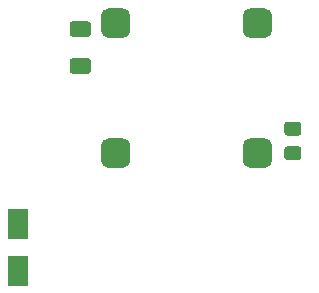
<source format=gbr>
%TF.GenerationSoftware,KiCad,Pcbnew,(5.1.10)-1*%
%TF.CreationDate,2021-10-19T15:37:20+02:00*%
%TF.ProjectId,OpenHeat,4f70656e-4865-4617-942e-6b696361645f,1.0*%
%TF.SameCoordinates,Original*%
%TF.FileFunction,Paste,Bot*%
%TF.FilePolarity,Positive*%
%FSLAX46Y46*%
G04 Gerber Fmt 4.6, Leading zero omitted, Abs format (unit mm)*
G04 Created by KiCad (PCBNEW (5.1.10)-1) date 2021-10-19 15:37:20*
%MOMM*%
%LPD*%
G01*
G04 APERTURE LIST*
%ADD10R,1.800000X2.500000*%
G04 APERTURE END LIST*
%TO.C,U1*%
G36*
G01*
X128750000Y-103625000D02*
X128750000Y-102375000D01*
G75*
G02*
X129375000Y-101750000I625000J0D01*
G01*
X130625000Y-101750000D01*
G75*
G02*
X131250000Y-102375000I0J-625000D01*
G01*
X131250000Y-103625000D01*
G75*
G02*
X130625000Y-104250000I-625000J0D01*
G01*
X129375000Y-104250000D01*
G75*
G02*
X128750000Y-103625000I0J625000D01*
G01*
G37*
G36*
G01*
X118625000Y-104250000D02*
X117375000Y-104250000D01*
G75*
G02*
X116750000Y-103625000I0J625000D01*
G01*
X116750000Y-102375000D01*
G75*
G02*
X117375000Y-101750000I625000J0D01*
G01*
X118625000Y-101750000D01*
G75*
G02*
X119250000Y-102375000I0J-625000D01*
G01*
X119250000Y-103625000D01*
G75*
G02*
X118625000Y-104250000I-625000J0D01*
G01*
G37*
G36*
G01*
X119250000Y-113375000D02*
X119250000Y-114625000D01*
G75*
G02*
X118625000Y-115250000I-625000J0D01*
G01*
X117375000Y-115250000D01*
G75*
G02*
X116750000Y-114625000I0J625000D01*
G01*
X116750000Y-113375000D01*
G75*
G02*
X117375000Y-112750000I625000J0D01*
G01*
X118625000Y-112750000D01*
G75*
G02*
X119250000Y-113375000I0J-625000D01*
G01*
G37*
G36*
G01*
X129375000Y-112750000D02*
X130625000Y-112750000D01*
G75*
G02*
X131250000Y-113375000I0J-625000D01*
G01*
X131250000Y-114625000D01*
G75*
G02*
X130625000Y-115250000I-625000J0D01*
G01*
X129375000Y-115250000D01*
G75*
G02*
X128750000Y-114625000I0J625000D01*
G01*
X128750000Y-113375000D01*
G75*
G02*
X129375000Y-112750000I625000J0D01*
G01*
G37*
%TD*%
D10*
%TO.C,D4*%
X109750000Y-124000000D03*
X109750000Y-120000000D03*
%TD*%
%TO.C,C3*%
G36*
G01*
X133475000Y-112512500D02*
X132525000Y-112512500D01*
G75*
G02*
X132275000Y-112262500I0J250000D01*
G01*
X132275000Y-111587500D01*
G75*
G02*
X132525000Y-111337500I250000J0D01*
G01*
X133475000Y-111337500D01*
G75*
G02*
X133725000Y-111587500I0J-250000D01*
G01*
X133725000Y-112262500D01*
G75*
G02*
X133475000Y-112512500I-250000J0D01*
G01*
G37*
G36*
G01*
X133475000Y-114587500D02*
X132525000Y-114587500D01*
G75*
G02*
X132275000Y-114337500I0J250000D01*
G01*
X132275000Y-113662500D01*
G75*
G02*
X132525000Y-113412500I250000J0D01*
G01*
X133475000Y-113412500D01*
G75*
G02*
X133725000Y-113662500I0J-250000D01*
G01*
X133725000Y-114337500D01*
G75*
G02*
X133475000Y-114587500I-250000J0D01*
G01*
G37*
%TD*%
%TO.C,C2*%
G36*
G01*
X114349999Y-105962500D02*
X115650001Y-105962500D01*
G75*
G02*
X115900000Y-106212499I0J-249999D01*
G01*
X115900000Y-107037501D01*
G75*
G02*
X115650001Y-107287500I-249999J0D01*
G01*
X114349999Y-107287500D01*
G75*
G02*
X114100000Y-107037501I0J249999D01*
G01*
X114100000Y-106212499D01*
G75*
G02*
X114349999Y-105962500I249999J0D01*
G01*
G37*
G36*
G01*
X114349999Y-102837500D02*
X115650001Y-102837500D01*
G75*
G02*
X115900000Y-103087499I0J-249999D01*
G01*
X115900000Y-103912501D01*
G75*
G02*
X115650001Y-104162500I-249999J0D01*
G01*
X114349999Y-104162500D01*
G75*
G02*
X114100000Y-103912501I0J249999D01*
G01*
X114100000Y-103087499D01*
G75*
G02*
X114349999Y-102837500I249999J0D01*
G01*
G37*
%TD*%
M02*

</source>
